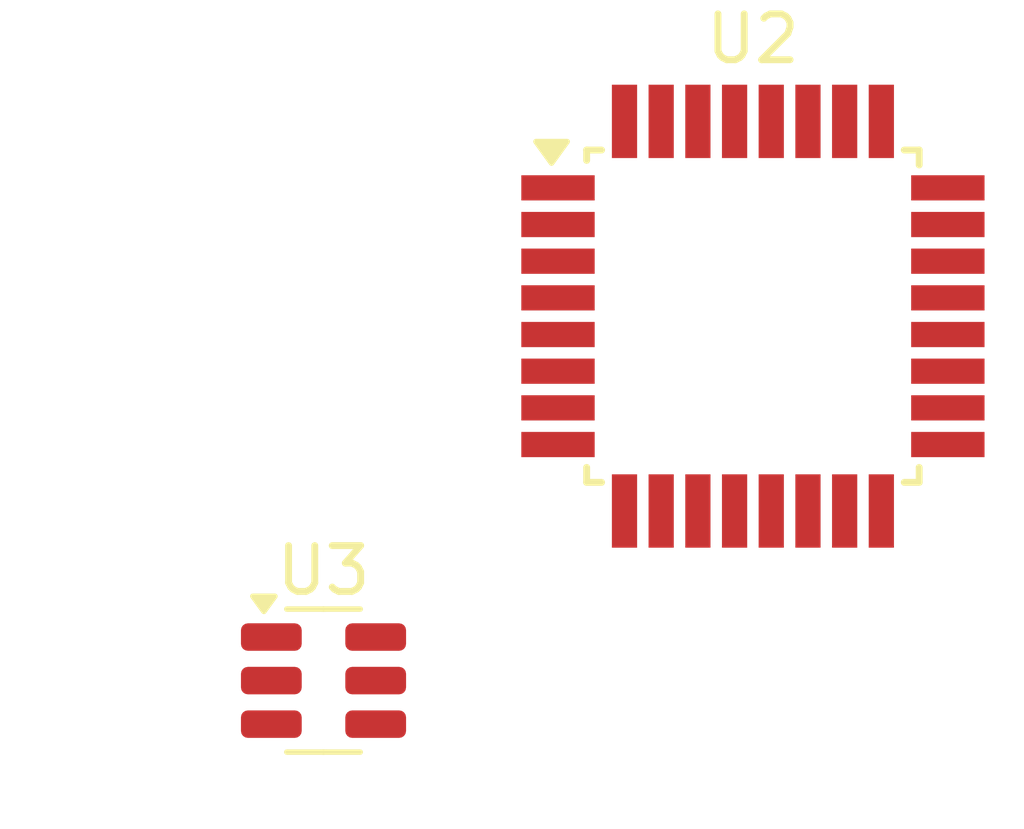
<source format=kicad_pcb>
(kicad_pcb (version 20240108) (generator "pcbnew") (generator_version "8.0")
  (layers (0 "F.Cu" signal) (31 "B.Cu" signal) (34 "B.Paste" user) (35 "F.Paste" user) (36 "B.SilkS" user "B.Silkscreen") (37 "F.SilkS" user "F.Silkscreen") (38 "B.Mask" user) (39 "F.Mask" user) (44 "Edge.Cuts" user))
  (net 0 "")
  (net 2 "Net-(U2-~{RESET}{slash}PC6)")
  (net 5 "+3.3V")
  (net 6 "Net-(U2-XTAL1{slash}PB6)")
  (net 8 "Net-(Q1-G)")
  (net 14 "GND")
  (net 15 "Net-(U1-HCI_TXD)")
  (net 20 "Net-(U2-PD2)")
  (net 24 "Net-(U1-HCI_RXD)")
  (net 25 "Net-(D1-A)")
  (net 26 "Net-(U2-XTAL2{slash}PB7)")
  (footprint "Package_TO_SOT_SMD:SOT-23-6" (layer "F.Cu") (at 121.6375 92.95)
    (property "Reference" "U3" (at 0 -2.4 0) (layer "F.SilkS"))
    (property "Value" "MCP16301Hx-xCH")
    (fp_line (start 0 -1.56) (end -0.8 -1.56) (stroke (width 0.12)) (layer "F.SilkS"))
    (fp_line (start 0 -1.56) (end 0.8 -1.56) (stroke (width 0.12)) (layer "F.SilkS"))
    (fp_line (start 0 1.56) (end -0.8 1.56) (stroke (width 0.12)) (layer "F.SilkS"))
    (fp_line (start 0 1.56) (end 0.8 1.56) (stroke (width 0.12)) (layer "F.SilkS"))
    (fp_poly (pts (xy -1.3 -1.51) (xy -1.54 -1.84) (xy -1.06 -1.84) (xy -1.3 -1.51)) (stroke (width 0.12)) (fill solid) (layer "F.SilkS"))
    (pad "1" smd roundrect (at -1.1375 -0.95) (size 1.325 0.6) (layers "F.Cu" "F.Paste" "F.Mask"))
    (pad "2" smd roundrect (at -1.1375 0) (size 1.325 0.6) (layers "F.Cu" "F.Paste" "F.Mask") (net 14 "GND"))
    (pad "3" smd roundrect (at -1.1375 0.95) (size 1.325 0.6) (layers "F.Cu" "F.Paste" "F.Mask"))
    (pad "4" smd roundrect (at 1.1375 0.95) (size 1.325 0.6) (layers "F.Cu" "F.Paste" "F.Mask"))
    (pad "5" smd roundrect (at 1.1375 0) (size 1.325 0.6) (layers "F.Cu" "F.Paste" "F.Mask") (net 5 "+3.3V"))
    (pad "6" smd roundrect (at 1.1375 -0.95) (size 1.325 0.6) (layers "F.Cu" "F.Paste" "F.Mask"))
  )
  (footprint "Package_QFP:TQFP-32_7x7mm_P0.8mm" (layer "F.Cu") (at 131 85)
    (property "Reference" "U2" (at 0 -6.05 0) (layer "F.SilkS"))
    (property "Value" "ATmega328P-A")
    (fp_line (start -3.625 -3.625) (end -3.625 -3.4) (stroke (width 0.15)) (layer "F.SilkS"))
    (fp_line (start -3.625 -3.625) (end -3.3 -3.625) (stroke (width 0.15)) (layer "F.SilkS"))
    (fp_line (start -3.625 3.625) (end -3.625 3.3) (stroke (width 0.15)) (layer "F.SilkS"))
    (fp_line (start -3.625 3.625) (end -3.3 3.625) (stroke (width 0.15)) (layer "F.SilkS"))
    (fp_line (start 3.625 -3.625) (end 3.3 -3.625) (stroke (width 0.15)) (layer "F.SilkS"))
    (fp_line (start 3.625 -3.625) (end 3.625 -3.3) (stroke (width 0.15)) (layer "F.SilkS"))
    (fp_line (start 3.625 3.625) (end 3.3 3.625) (stroke (width 0.15)) (layer "F.SilkS"))
    (fp_line (start 3.625 3.625) (end 3.625 3.3) (stroke (width 0.15)) (layer "F.SilkS"))
    (fp_poly (pts (xy -4.39 -3.34) (xy -4.73 -3.81) (xy -4.05 -3.81) (xy -4.39 -3.34)) (stroke (width 0.12)) (fill solid) (layer "F.SilkS"))
    (pad "1" smd rect (at -4.25 -2.8) (size 1.6 0.55) (layers "F.Cu" "F.Paste" "F.Mask") (net 8 "Net-(Q1-G)"))
    (pad "2" smd rect (at -4.25 -2) (size 1.6 0.55) (layers "F.Cu" "F.Paste" "F.Mask") (net 25 "Net-(D1-A)"))
    (pad "3" smd rect (at -4.25 -1.2) (size 1.6 0.55) (layers "F.Cu" "F.Paste" "F.Mask") (net 14 "GND"))
    (pad "4" smd rect (at -4.25 -0.4) (size 1.6 0.55) (layers "F.Cu" "F.Paste" "F.Mask") (net 5 "+3.3V"))
    (pad "5" smd rect (at -4.25 0.4) (size 1.6 0.55) (layers "F.Cu" "F.Paste" "F.Mask") (net 14 "GND"))
    (pad "6" smd rect (at -4.25 1.2) (size 1.6 0.55) (layers "F.Cu" "F.Paste" "F.Mask") (net 5 "+3.3V"))
    (pad "7" smd rect (at -4.25 2) (size 1.6 0.55) (layers "F.Cu" "F.Paste" "F.Mask") (net 6 "Net-(U2-XTAL1{slash}PB6)"))
    (pad "8" smd rect (at -4.25 2.8) (size 1.6 0.55) (layers "F.Cu" "F.Paste" "F.Mask") (net 26 "Net-(U2-XTAL2{slash}PB7)"))
    (pad "9" smd rect (at -2.8 4.25 90) (size 1.6 0.55) (layers "F.Cu" "F.Paste" "F.Mask"))
    (pad "10" smd rect (at -2 4.25 90) (size 1.6 0.55) (layers "F.Cu" "F.Paste" "F.Mask"))
    (pad "11" smd rect (at -1.2 4.25 90) (size 1.6 0.55) (layers "F.Cu" "F.Paste" "F.Mask"))
    (pad "12" smd rect (at -0.4 4.25 90) (size 1.6 0.55) (layers "F.Cu" "F.Paste" "F.Mask"))
    (pad "13" smd rect (at 0.4 4.25 90) (size 1.6 0.55) (layers "F.Cu" "F.Paste" "F.Mask"))
    (pad "14" smd rect (at 1.2 4.25 90) (size 1.6 0.55) (layers "F.Cu" "F.Paste" "F.Mask"))
    (pad "15" smd rect (at 2 4.25 90) (size 1.6 0.55) (layers "F.Cu" "F.Paste" "F.Mask"))
    (pad "16" smd rect (at 2.8 4.25 90) (size 1.6 0.55) (layers "F.Cu" "F.Paste" "F.Mask"))
    (pad "17" smd rect (at 4.25 2.8) (size 1.6 0.55) (layers "F.Cu" "F.Paste" "F.Mask"))
    (pad "18" smd rect (at 4.25 2) (size 1.6 0.55) (layers "F.Cu" "F.Paste" "F.Mask") (net 5 "+3.3V"))
    (pad "19" smd rect (at 4.25 1.2) (size 1.6 0.55) (layers "F.Cu" "F.Paste" "F.Mask"))
    (pad "20" smd rect (at 4.25 0.4) (size 1.6 0.55) (layers "F.Cu" "F.Paste" "F.Mask"))
    (pad "21" smd rect (at 4.25 -0.4) (size 1.6 0.55) (layers "F.Cu" "F.Paste" "F.Mask") (net 14 "GND"))
    (pad "22" smd rect (at 4.25 -1.2) (size 1.6 0.55) (layers "F.Cu" "F.Paste" "F.Mask"))
    (pad "23" smd rect (at 4.25 -2) (size 1.6 0.55) (layers "F.Cu" "F.Paste" "F.Mask"))
    (pad "24" smd rect (at 4.25 -2.8) (size 1.6 0.55) (layers "F.Cu" "F.Paste" "F.Mask"))
    (pad "25" smd rect (at 2.8 -4.25 90) (size 1.6 0.55) (layers "F.Cu" "F.Paste" "F.Mask"))
    (pad "26" smd rect (at 2 -4.25 90) (size 1.6 0.55) (layers "F.Cu" "F.Paste" "F.Mask"))
    (pad "27" smd rect (at 1.2 -4.25 90) (size 1.6 0.55) (layers "F.Cu" "F.Paste" "F.Mask"))
    (pad "28" smd rect (at 0.4 -4.25 90) (size 1.6 0.55) (layers "F.Cu" "F.Paste" "F.Mask"))
    (pad "29" smd rect (at -0.4 -4.25 90) (size 1.6 0.55) (layers "F.Cu" "F.Paste" "F.Mask") (net 2 "Net-(U2-~{RESET}{slash}PC6)"))
    (pad "30" smd rect (at -1.2 -4.25 90) (size 1.6 0.55) (layers "F.Cu" "F.Paste" "F.Mask") (net 15 "Net-(U1-HCI_TXD)"))
    (pad "31" smd rect (at -2 -4.25 90) (size 1.6 0.55) (layers "F.Cu" "F.Paste" "F.Mask") (net 24 "Net-(U1-HCI_RXD)"))
    (pad "32" smd rect (at -2.8 -4.25 90) (size 1.6 0.55) (layers "F.Cu" "F.Paste" "F.Mask") (net 20 "Net-(U2-PD2)"))
  )
)
</source>
